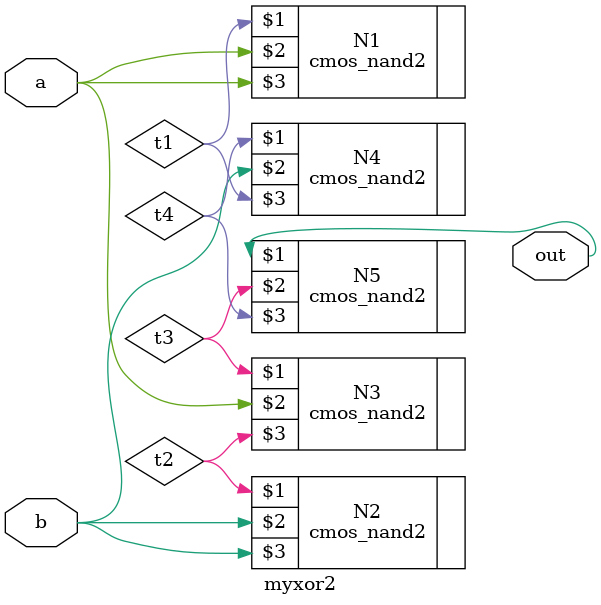
<source format=v>
`include "cmosnand2.v"

module myxor2 (out , a , b);

    input a,b;
    output out;
    wire t1,t2,t3,t4;

    cmos_nand2 N1 (t1 , a , a);
    cmos_nand2 N2 (t2 , b , b);
    cmos_nand2 N3 (t3 , a , t2);
    cmos_nand2 N4 (t4 , b , t1);
    cmos_nand2 N5 (out , t3 , t4);
endmodule



</source>
